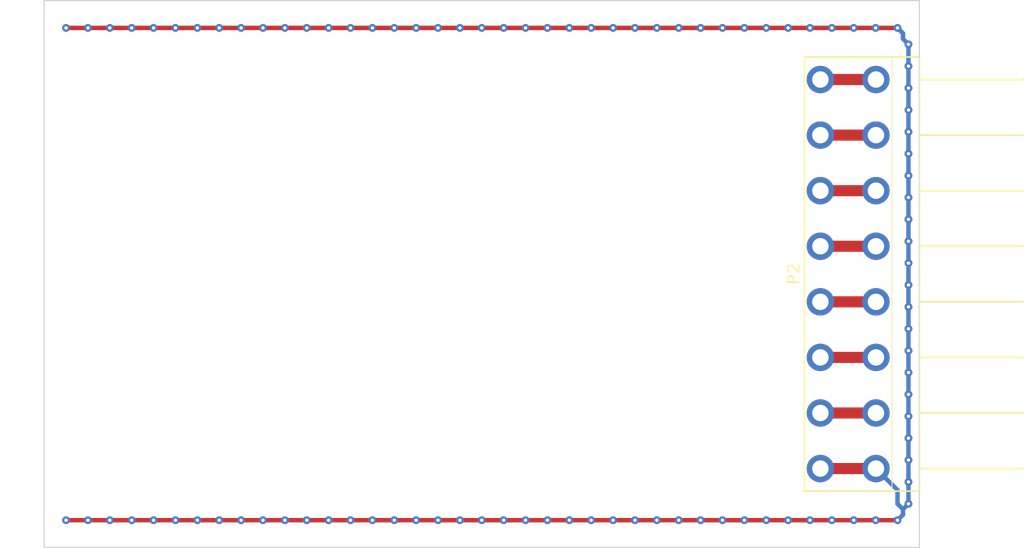
<source format=kicad_pcb>
(kicad_pcb (version 4) (host pcbnew 4.0.2+dfsg1-stable)

  (general
    (links 8)
    (no_connects 0)
    (area 108.449999 79.949999 188.550001 130.050001)
    (thickness 1.6)
    (drawings 11)
    (tracks 215)
    (zones 0)
    (modules 1)
    (nets 9)
  )

  (page A4)
  (layers
    (0 F.Cu signal)
    (31 B.Cu signal)
    (32 B.Adhes user)
    (33 F.Adhes user)
    (34 B.Paste user)
    (35 F.Paste user)
    (36 B.SilkS user)
    (37 F.SilkS user)
    (38 B.Mask user)
    (39 F.Mask user)
    (40 Dwgs.User user)
    (41 Cmts.User user)
    (42 Eco1.User user)
    (43 Eco2.User user)
    (44 Edge.Cuts user)
    (45 Margin user)
    (46 B.CrtYd user)
    (47 F.CrtYd user)
    (48 B.Fab user)
    (49 F.Fab user)
  )

  (setup
    (last_trace_width 0.25)
    (user_trace_width 0.2032)
    (user_trace_width 0.3048)
    (user_trace_width 0.4064)
    (user_trace_width 1.016)
    (trace_clearance 0.2)
    (zone_clearance 0.175)
    (zone_45_only no)
    (trace_min 0.2)
    (segment_width 0.2)
    (edge_width 0.15)
    (via_size 0.6)
    (via_drill 0.4)
    (via_min_size 0.4)
    (via_min_drill 0.3)
    (user_via 0.7112 0.3048)
    (uvia_size 0.3)
    (uvia_drill 0.1)
    (uvias_allowed no)
    (uvia_min_size 0.2)
    (uvia_min_drill 0.1)
    (pcb_text_width 0.3)
    (pcb_text_size 1.5 1.5)
    (mod_edge_width 0.15)
    (mod_text_size 1 1)
    (mod_text_width 0.15)
    (pad_size 1.524 1.524)
    (pad_drill 0.762)
    (pad_to_mask_clearance 0.2)
    (aux_axis_origin 0 0)
    (visible_elements FFFFFF7F)
    (pcbplotparams
      (layerselection 0x00030_80000001)
      (usegerberextensions false)
      (excludeedgelayer true)
      (linewidth 0.100000)
      (plotframeref false)
      (viasonmask false)
      (mode 1)
      (useauxorigin false)
      (hpglpennumber 1)
      (hpglpenspeed 20)
      (hpglpendiameter 15)
      (hpglpenoverlay 2)
      (psnegative false)
      (psa4output false)
      (plotreference true)
      (plotvalue true)
      (plotinvisibletext false)
      (padsonsilk false)
      (subtractmaskfromsilk false)
      (outputformat 1)
      (mirror false)
      (drillshape 1)
      (scaleselection 1)
      (outputdirectory ""))
  )

  (net 0 "")
  (net 1 GND)
  (net 2 +VIn)
  (net 3 GAUGE1_IN)
  (net 4 GAUGE1_OUT)
  (net 5 GAUGE1_REF)
  (net 6 GAUGE2_IN)
  (net 7 GAUGE2_OUT)
  (net 8 GAUGE2_REF)

  (net_class Default "This is the default net class."
    (clearance 0.2)
    (trace_width 0.25)
    (via_dia 0.6)
    (via_drill 0.4)
    (uvia_dia 0.3)
    (uvia_drill 0.1)
    (add_net +VIn)
    (add_net GAUGE1_IN)
    (add_net GAUGE1_OUT)
    (add_net GAUGE1_REF)
    (add_net GAUGE2_IN)
    (add_net GAUGE2_OUT)
    (add_net GAUGE2_REF)
    (add_net GND)
  )

  (module nmea-gauge-gateway:CONN_638263122008 locked (layer F.Cu) (tedit 5E889004) (tstamp 0)
    (at 179.45 122.78 90)
    (path /5E8895F0)
    (fp_text reference P2 (at 17.78 -2.45 90) (layer F.SilkS)
      (effects (font (size 1 1) (thickness 0.15)))
    )
    (fp_text value CONN_8 (at 17.78 2.54 90) (layer F.Fab)
      (effects (font (size 1 1) (thickness 0.15)))
    )
    (fp_line (start -2.06 6.54) (end 37.62 6.54) (layer F.SilkS) (width 0.0762))
    (fp_line (start 35.56 9.05) (end 35.56 18.54) (layer F.SilkS) (width 0.15))
    (fp_line (start 30.48 9.05) (end 30.48 18.54) (layer F.SilkS) (width 0.15))
    (fp_line (start 25.4 9.05) (end 25.4 18.54) (layer F.SilkS) (width 0.15))
    (fp_line (start 20.32 9.05) (end 20.32 18.54) (layer F.SilkS) (width 0.15))
    (fp_line (start 20.32 9.05) (end 20.32 18.54) (layer F.SilkS) (width 0.15))
    (fp_line (start 15.24 9.05) (end 15.24 18.54) (layer F.SilkS) (width 0.15))
    (fp_line (start 10.16 9.05) (end 10.16 18.54) (layer F.SilkS) (width 0.15))
    (fp_line (start 5.08 9.05) (end 5.08 18.54) (layer F.SilkS) (width 0.15))
    (fp_line (start 0 9.05) (end 0 18.54) (layer F.SilkS) (width 0.15))
    (fp_line (start -2.06 -1.46) (end 37.62 -1.46) (layer F.SilkS) (width 0.15))
    (fp_line (start 37.62 -1.46) (end 37.62 9.05) (layer F.SilkS) (width 0.15))
    (fp_line (start 37.62 9.05) (end -2.06 9.05) (layer F.SilkS) (width 0.15))
    (fp_line (start -2.06 9.05) (end -2.06 -1.46) (layer F.SilkS) (width 0.15))
    (pad 1 thru_hole circle (at 0 0 90) (size 2.5 2.5) (drill 1.5) (layers *.Cu *.Mask)
      (net 1 GND))
    (pad 1 thru_hole circle (at 0 5.08 90) (size 2.5 2.5) (drill 1.5) (layers *.Cu *.Mask)
      (net 1 GND))
    (pad 2 thru_hole circle (at 5.08 0 90) (size 2.5 2.5) (drill 1.5) (layers *.Cu *.Mask)
      (net 3 GAUGE1_IN))
    (pad 2 thru_hole circle (at 5.08 5.08 90) (size 2.5 2.5) (drill 1.5) (layers *.Cu *.Mask)
      (net 3 GAUGE1_IN))
    (pad 3 thru_hole circle (at 10.16 0 90) (size 2.5 2.5) (drill 1.5) (layers *.Cu *.Mask)
      (net 4 GAUGE1_OUT))
    (pad 3 thru_hole circle (at 10.16 5.08 90) (size 2.5 2.5) (drill 1.5) (layers *.Cu *.Mask)
      (net 4 GAUGE1_OUT))
    (pad 4 thru_hole circle (at 15.24 0 90) (size 2.5 2.5) (drill 1.5) (layers *.Cu *.Mask)
      (net 5 GAUGE1_REF))
    (pad 4 thru_hole circle (at 15.24 5.08 90) (size 2.5 2.5) (drill 1.5) (layers *.Cu *.Mask)
      (net 5 GAUGE1_REF))
    (pad 5 thru_hole circle (at 20.32 0 90) (size 2.5 2.5) (drill 1.5) (layers *.Cu *.Mask)
      (net 6 GAUGE2_IN))
    (pad 5 thru_hole circle (at 20.32 5.08 90) (size 2.5 2.5) (drill 1.5) (layers *.Cu *.Mask)
      (net 6 GAUGE2_IN))
    (pad 6 thru_hole circle (at 25.4 0 90) (size 2.5 2.5) (drill 1.5) (layers *.Cu *.Mask)
      (net 7 GAUGE2_OUT))
    (pad 6 thru_hole circle (at 25.4 5.08 90) (size 2.5 2.5) (drill 1.5) (layers *.Cu *.Mask)
      (net 7 GAUGE2_OUT))
    (pad 7 thru_hole circle (at 30.48 0 90) (size 2.5 2.5) (drill 1.5) (layers *.Cu *.Mask)
      (net 8 GAUGE2_REF))
    (pad 7 thru_hole circle (at 30.48 5.08 90) (size 2.5 2.5) (drill 1.5) (layers *.Cu *.Mask)
      (net 8 GAUGE2_REF))
    (pad 8 thru_hole circle (at 35.56 0 90) (size 2.5 2.5) (drill 1.5) (layers *.Cu *.Mask)
      (net 2 +VIn))
    (pad 8 thru_hole circle (at 35.56 5.08 90) (size 2.5 2.5) (drill 1.5) (layers *.Cu *.Mask)
      (net 2 +VIn))
  )

  (gr_line (start 108.5 130) (end 108.5 80) (angle 90) (layer Edge.Cuts) (width 0.1))
  (gr_line (start 188.5 130) (end 108.5 130) (angle 90) (layer Edge.Cuts) (width 0.1))
  (gr_line (start 188.5 80) (end 188.5 130) (angle 90) (layer Edge.Cuts) (width 0.1))
  (gr_line (start 108.5 80) (end 188.5 80) (angle 90) (layer Edge.Cuts) (width 0.1))
  (gr_line (start 148.5 83.5) (end 148.5 126.5) (angle 90) (layer Dwgs.User) (width 0.0762))
  (gr_line (start 191.25 130) (end 191.25 80) (angle 90) (layer Dwgs.User) (width 0.0508))
  (gr_line (start 104.5 80) (end 104.5 130) (angle 90) (layer Dwgs.User) (width 0.0762))
  (gr_line (start 188.5 105) (end 108.5 105) (angle 90) (layer Dwgs.User) (width 0.0762))
  (gr_line (start 191.7182 83.5) (end 191.7182 126.5) (angle 90) (layer Dwgs.User) (width 0.0508))
  (gr_line (start 108.5 126.5) (end 188.5 126.5) (angle 90) (layer Dwgs.User) (width 0.0762))
  (gr_line (start 108.5 83.5) (end 188.5 83.5) (angle 90) (layer Dwgs.User) (width 0.0762))

  (segment (start 186.5 124.75) (end 186.5 126) (width 0.4064) (layer B.Cu) (net 1))
  (segment (start 186.5 126) (end 187 126.5) (width 0.4064) (layer B.Cu) (net 1))
  (segment (start 187 127) (end 187 126.5) (width 0.4064) (layer B.Cu) (net 1))
  (segment (start 187 126.5) (end 187.5 126) (width 0.4064) (layer B.Cu) (net 1))
  (segment (start 186.5 127.5) (end 187 127) (width 0.4064) (layer B.Cu) (net 1))
  (via (at 187.5 126) (size 0.7112) (drill 0.3048) (layers F.Cu B.Cu) (net 1))
  (via (at 187.5 124) (size 0.7112) (drill 0.3048) (layers F.Cu B.Cu) (net 1))
  (via (at 187.5 122) (size 0.7112) (drill 0.3048) (layers F.Cu B.Cu) (net 1))
  (via (at 187.5 120) (size 0.7112) (drill 0.3048) (layers F.Cu B.Cu) (net 1))
  (via (at 187.5 118) (size 0.7112) (drill 0.3048) (layers F.Cu B.Cu) (net 1))
  (via (at 187.5 116) (size 0.7112) (drill 0.3048) (layers F.Cu B.Cu) (net 1))
  (via (at 187.5 114) (size 0.7112) (drill 0.3048) (layers F.Cu B.Cu) (net 1))
  (via (at 187.5 112) (size 0.7112) (drill 0.3048) (layers F.Cu B.Cu) (net 1))
  (via (at 187.5 110) (size 0.7112) (drill 0.3048) (layers F.Cu B.Cu) (net 1))
  (via (at 187.5 108) (size 0.7112) (drill 0.3048) (layers F.Cu B.Cu) (net 1))
  (via (at 187.5 106) (size 0.7112) (drill 0.3048) (layers F.Cu B.Cu) (net 1))
  (via (at 187.5 104) (size 0.7112) (drill 0.3048) (layers F.Cu B.Cu) (net 1))
  (via (at 187.5 102) (size 0.7112) (drill 0.3048) (layers F.Cu B.Cu) (net 1))
  (via (at 187.5 100) (size 0.7112) (drill 0.3048) (layers F.Cu B.Cu) (net 1))
  (via (at 187.5 98) (size 0.7112) (drill 0.3048) (layers F.Cu B.Cu) (net 1))
  (via (at 187.5 96) (size 0.7112) (drill 0.3048) (layers F.Cu B.Cu) (net 1))
  (via (at 187.5 94) (size 0.7112) (drill 0.3048) (layers F.Cu B.Cu) (net 1))
  (via (at 187.5 92) (size 0.7112) (drill 0.3048) (layers F.Cu B.Cu) (net 1))
  (via (at 187.5 90) (size 0.7112) (drill 0.3048) (layers F.Cu B.Cu) (net 1))
  (via (at 187.5 88) (size 0.7112) (drill 0.3048) (layers F.Cu B.Cu) (net 1))
  (via (at 187.5 86) (size 0.7112) (drill 0.3048) (layers F.Cu B.Cu) (net 1))
  (segment (start 187 83) (end 187 83.5) (width 0.4064) (layer B.Cu) (net 1))
  (segment (start 187 83.5) (end 187.5 84) (width 0.4064) (layer B.Cu) (net 1))
  (segment (start 186.5 82.5) (end 187 83) (width 0.4064) (layer B.Cu) (net 1))
  (via (at 187.5 84) (size 0.7112) (drill 0.3048) (layers F.Cu B.Cu) (net 1))
  (via (at 184.5 127.5) (size 0.7112) (drill 0.3048) (layers F.Cu B.Cu) (net 1))
  (via (at 182.5 127.5) (size 0.7112) (drill 0.3048) (layers F.Cu B.Cu) (net 1))
  (via (at 180.5 127.5) (size 0.7112) (drill 0.3048) (layers F.Cu B.Cu) (net 1))
  (via (at 178.5 127.5) (size 0.7112) (drill 0.3048) (layers F.Cu B.Cu) (net 1))
  (via (at 176.5 127.5) (size 0.7112) (drill 0.3048) (layers F.Cu B.Cu) (net 1))
  (via (at 174.5 127.5) (size 0.7112) (drill 0.3048) (layers F.Cu B.Cu) (net 1))
  (via (at 172.5 127.5) (size 0.7112) (drill 0.3048) (layers F.Cu B.Cu) (net 1))
  (via (at 170.5 127.5) (size 0.7112) (drill 0.3048) (layers F.Cu B.Cu) (net 1))
  (via (at 168.5 127.5) (size 0.7112) (drill 0.3048) (layers F.Cu B.Cu) (net 1))
  (via (at 166.5 127.5) (size 0.7112) (drill 0.3048) (layers F.Cu B.Cu) (net 1))
  (via (at 164.5 127.5) (size 0.7112) (drill 0.3048) (layers F.Cu B.Cu) (net 1))
  (via (at 162.5 127.5) (size 0.7112) (drill 0.3048) (layers F.Cu B.Cu) (net 1))
  (via (at 160.5 127.5) (size 0.7112) (drill 0.3048) (layers F.Cu B.Cu) (net 1))
  (via (at 158.5 127.5) (size 0.7112) (drill 0.3048) (layers F.Cu B.Cu) (net 1))
  (via (at 156.5 127.5) (size 0.7112) (drill 0.3048) (layers F.Cu B.Cu) (net 1))
  (via (at 154.5 127.5) (size 0.7112) (drill 0.3048) (layers F.Cu B.Cu) (net 1))
  (via (at 152.5 127.5) (size 0.7112) (drill 0.3048) (layers F.Cu B.Cu) (net 1))
  (via (at 150.5 127.5) (size 0.7112) (drill 0.3048) (layers F.Cu B.Cu) (net 1))
  (segment (start 179.45 122.78) (end 184.53 122.78) (width 1.016) (layer F.Cu) (net 1))
  (segment (start 187.5 84) (end 187.5 86) (width 0.4064) (layer B.Cu) (net 1))
  (segment (start 187.5 86) (end 187.5 88) (width 0.4064) (layer B.Cu) (net 1))
  (segment (start 187.5 88) (end 187.5 90) (width 0.4064) (layer B.Cu) (net 1))
  (segment (start 187.5 90) (end 187.5 92) (width 0.4064) (layer B.Cu) (net 1))
  (segment (start 187.5 92) (end 187.5 94) (width 0.4064) (layer B.Cu) (net 1))
  (segment (start 187.5 94) (end 187.5 96) (width 0.4064) (layer B.Cu) (net 1))
  (segment (start 187.5 96) (end 187.5 98) (width 0.4064) (layer B.Cu) (net 1))
  (segment (start 187.5 98) (end 187.5 100) (width 0.4064) (layer B.Cu) (net 1))
  (segment (start 187.5 100) (end 187.5 102) (width 0.4064) (layer B.Cu) (net 1))
  (segment (start 187.5 102) (end 187.5 104) (width 0.4064) (layer B.Cu) (net 1))
  (segment (start 187.5 104) (end 187.5 105) (width 0.4064) (layer B.Cu) (net 1))
  (segment (start 187.5 105) (end 187.5 106) (width 0.4064) (layer B.Cu) (net 1))
  (segment (start 187.5 106) (end 187.5 108) (width 0.4064) (layer B.Cu) (net 1))
  (segment (start 187.5 108) (end 187.5 110) (width 0.4064) (layer B.Cu) (net 1))
  (segment (start 187.5 110) (end 187.5 112) (width 0.4064) (layer B.Cu) (net 1))
  (segment (start 187.5 112) (end 187.5 114) (width 0.4064) (layer B.Cu) (net 1))
  (segment (start 187.5 114) (end 187.5 116) (width 0.4064) (layer B.Cu) (net 1))
  (segment (start 187.5 116) (end 187.5 118) (width 0.4064) (layer B.Cu) (net 1))
  (segment (start 187.5 118) (end 187.5 120) (width 0.4064) (layer B.Cu) (net 1))
  (segment (start 187.5 120) (end 187.5 122) (width 0.4064) (layer B.Cu) (net 1))
  (segment (start 187.5 122) (end 187.5 124) (width 0.4064) (layer B.Cu) (net 1))
  (segment (start 187.5 124) (end 187.5 126) (width 0.4064) (layer B.Cu) (net 1))
  (via (at 148.5 127.5) (size 0.7112) (drill 0.3048) (layers F.Cu B.Cu) (net 1))
  (via (at 146.5 127.5) (size 0.7112) (drill 0.3048) (layers F.Cu B.Cu) (net 1))
  (via (at 144.5 127.5) (size 0.7112) (drill 0.3048) (layers F.Cu B.Cu) (net 1))
  (via (at 142.5 127.5) (size 0.7112) (drill 0.3048) (layers F.Cu B.Cu) (net 1))
  (via (at 140.5 127.5) (size 0.7112) (drill 0.3048) (layers F.Cu B.Cu) (net 1))
  (via (at 138.5 127.5) (size 0.7112) (drill 0.3048) (layers F.Cu B.Cu) (net 1))
  (via (at 136.5 127.5) (size 0.7112) (drill 0.3048) (layers F.Cu B.Cu) (net 1))
  (via (at 134.5 127.5) (size 0.7112) (drill 0.3048) (layers F.Cu B.Cu) (net 1))
  (via (at 132.5 127.5) (size 0.7112) (drill 0.3048) (layers F.Cu B.Cu) (net 1))
  (via (at 130.5 127.5) (size 0.7112) (drill 0.3048) (layers F.Cu B.Cu) (net 1))
  (via (at 128.5 127.5) (size 0.7112) (drill 0.3048) (layers F.Cu B.Cu) (net 1))
  (via (at 126.5 127.5) (size 0.7112) (drill 0.3048) (layers F.Cu B.Cu) (net 1))
  (via (at 124.5 127.5) (size 0.7112) (drill 0.3048) (layers F.Cu B.Cu) (net 1))
  (via (at 122.5 127.5) (size 0.7112) (drill 0.3048) (layers F.Cu B.Cu) (net 1))
  (via (at 120.5 127.5) (size 0.7112) (drill 0.3048) (layers F.Cu B.Cu) (net 1))
  (via (at 118.5 127.5) (size 0.7112) (drill 0.3048) (layers F.Cu B.Cu) (net 1))
  (via (at 116.5 127.5) (size 0.7112) (drill 0.3048) (layers F.Cu B.Cu) (net 1))
  (via (at 114.5 127.5) (size 0.7112) (drill 0.3048) (layers F.Cu B.Cu) (net 1))
  (via (at 112.5 127.5) (size 0.7112) (drill 0.3048) (layers F.Cu B.Cu) (net 1))
  (segment (start 186.5 124.75) (end 184.53 122.78) (width 0.4064) (layer B.Cu) (net 1))
  (segment (start 110.5 127.5) (end 112.5 127.5) (width 0.4064) (layer F.Cu) (net 1))
  (segment (start 112.5 127.5) (end 114.5 127.5) (width 0.4064) (layer F.Cu) (net 1))
  (segment (start 114.5 127.5) (end 116.5 127.5) (width 0.4064) (layer F.Cu) (net 1))
  (segment (start 116.5 127.5) (end 118.5 127.5) (width 0.4064) (layer F.Cu) (net 1))
  (segment (start 118.5 127.5) (end 120.5 127.5) (width 0.4064) (layer F.Cu) (net 1))
  (segment (start 120.5 127.5) (end 122.5 127.5) (width 0.4064) (layer F.Cu) (net 1))
  (segment (start 122.5 127.5) (end 124.5 127.5) (width 0.4064) (layer F.Cu) (net 1))
  (segment (start 124.5 127.5) (end 126.5 127.5) (width 0.4064) (layer F.Cu) (net 1))
  (segment (start 126.5 127.5) (end 128.5 127.5) (width 0.4064) (layer F.Cu) (net 1))
  (segment (start 128.5 127.5) (end 130.5 127.5) (width 0.4064) (layer F.Cu) (net 1))
  (segment (start 130.5 127.5) (end 132.5 127.5) (width 0.4064) (layer F.Cu) (net 1))
  (segment (start 132.5 127.5) (end 134.5 127.5) (width 0.4064) (layer F.Cu) (net 1))
  (segment (start 134.5 127.5) (end 136.5 127.5) (width 0.4064) (layer F.Cu) (net 1))
  (segment (start 136.5 127.5) (end 138.5 127.5) (width 0.4064) (layer F.Cu) (net 1))
  (segment (start 138.5 127.5) (end 140.5 127.5) (width 0.4064) (layer F.Cu) (net 1))
  (segment (start 140.5 127.5) (end 142.5 127.5) (width 0.4064) (layer F.Cu) (net 1))
  (segment (start 142.5 127.5) (end 144.5 127.5) (width 0.4064) (layer F.Cu) (net 1))
  (segment (start 144.5 127.5) (end 146.5 127.5) (width 0.4064) (layer F.Cu) (net 1))
  (segment (start 146.5 127.5) (end 148.5 127.5) (width 0.4064) (layer F.Cu) (net 1))
  (segment (start 148.5 127.5) (end 150.5 127.5) (width 0.4064) (layer F.Cu) (net 1))
  (segment (start 150.5 127.5) (end 152.5 127.5) (width 0.4064) (layer F.Cu) (net 1))
  (segment (start 152.5 127.5) (end 154.5 127.5) (width 0.4064) (layer F.Cu) (net 1))
  (segment (start 154.5 127.5) (end 156.5 127.5) (width 0.4064) (layer F.Cu) (net 1))
  (segment (start 156.5 127.5) (end 158.5 127.5) (width 0.4064) (layer F.Cu) (net 1))
  (segment (start 158.5 127.5) (end 160.5 127.5) (width 0.4064) (layer F.Cu) (net 1))
  (segment (start 160.5 127.5) (end 162.5 127.5) (width 0.4064) (layer F.Cu) (net 1))
  (segment (start 162.5 127.5) (end 164.5 127.5) (width 0.4064) (layer F.Cu) (net 1))
  (segment (start 164.5 127.5) (end 166.5 127.5) (width 0.4064) (layer F.Cu) (net 1))
  (segment (start 166.5 127.5) (end 168.5 127.5) (width 0.4064) (layer F.Cu) (net 1))
  (segment (start 168.5 127.5) (end 170.5 127.5) (width 0.4064) (layer F.Cu) (net 1))
  (segment (start 170.5 127.5) (end 172.5 127.5) (width 0.4064) (layer F.Cu) (net 1))
  (segment (start 172.5 127.5) (end 174.5 127.5) (width 0.4064) (layer F.Cu) (net 1))
  (segment (start 174.5 127.5) (end 176.5 127.5) (width 0.4064) (layer F.Cu) (net 1))
  (segment (start 176.5 127.5) (end 178.5 127.5) (width 0.4064) (layer F.Cu) (net 1))
  (segment (start 178.5 127.5) (end 180.5 127.5) (width 0.4064) (layer F.Cu) (net 1))
  (segment (start 180.5 127.5) (end 182.5 127.5) (width 0.4064) (layer F.Cu) (net 1))
  (segment (start 182.5 127.5) (end 184.5 127.5) (width 0.4064) (layer F.Cu) (net 1))
  (segment (start 184.5 127.5) (end 186.5 127.5) (width 0.4064) (layer F.Cu) (net 1))
  (via (at 186.5 127.5) (size 0.7112) (drill 0.3048) (layers F.Cu B.Cu) (net 1))
  (via (at 110.5 127.5) (size 0.7112) (drill 0.3048) (layers F.Cu B.Cu) (net 1))
  (via (at 146.5 82.5) (size 0.7112) (drill 0.3048) (layers F.Cu B.Cu) (net 1))
  (segment (start 122.5 82.5) (end 120.5 82.5) (width 0.4064) (layer F.Cu) (net 1))
  (via (at 120.5 82.5) (size 0.7112) (drill 0.3048) (layers F.Cu B.Cu) (net 1))
  (segment (start 118.5 82.5) (end 116.5 82.5) (width 0.4064) (layer F.Cu) (net 1))
  (via (at 116.5 82.5) (size 0.7112) (drill 0.3048) (layers F.Cu B.Cu) (net 1))
  (segment (start 114.5 82.5) (end 112.5 82.5) (width 0.4064) (layer F.Cu) (net 1))
  (via (at 112.5 82.5) (size 0.7112) (drill 0.3048) (layers F.Cu B.Cu) (net 1))
  (segment (start 112.5 82.5) (end 110.5 82.5) (width 0.4064) (layer F.Cu) (net 1))
  (via (at 114.5 82.5) (size 0.7112) (drill 0.3048) (layers F.Cu B.Cu) (net 1))
  (segment (start 116.5 82.5) (end 114.5 82.5) (width 0.4064) (layer F.Cu) (net 1))
  (via (at 118.5 82.5) (size 0.7112) (drill 0.3048) (layers F.Cu B.Cu) (net 1))
  (segment (start 120.5 82.5) (end 118.5 82.5) (width 0.4064) (layer F.Cu) (net 1))
  (via (at 122.5 82.5) (size 0.7112) (drill 0.3048) (layers F.Cu B.Cu) (net 1))
  (segment (start 124.5 82.5) (end 122.5 82.5) (width 0.4064) (layer F.Cu) (net 1))
  (segment (start 126.5 82.5) (end 124.5 82.5) (width 0.4064) (layer F.Cu) (net 1))
  (segment (start 128.5 82.5) (end 126.5 82.5) (width 0.4064) (layer F.Cu) (net 1))
  (segment (start 130.5 82.5) (end 128.5 82.5) (width 0.4064) (layer F.Cu) (net 1))
  (segment (start 132.5 82.5) (end 130.5 82.5) (width 0.4064) (layer F.Cu) (net 1))
  (segment (start 134.5 82.5) (end 132.5 82.5) (width 0.4064) (layer F.Cu) (net 1))
  (segment (start 136.5 82.5) (end 134.5 82.5) (width 0.4064) (layer F.Cu) (net 1))
  (segment (start 138.5 82.5) (end 136.5 82.5) (width 0.4064) (layer F.Cu) (net 1))
  (segment (start 140.5 82.5) (end 138.5 82.5) (width 0.4064) (layer F.Cu) (net 1))
  (segment (start 142.5 82.5) (end 140.5 82.5) (width 0.4064) (layer F.Cu) (net 1))
  (segment (start 144.5 82.5) (end 142.5 82.5) (width 0.4064) (layer F.Cu) (net 1))
  (segment (start 146.5 82.5) (end 144.5 82.5) (width 0.4064) (layer F.Cu) (net 1))
  (segment (start 148.5 82.5) (end 146.5 82.5) (width 0.4064) (layer F.Cu) (net 1))
  (via (at 124.5 82.5) (size 0.7112) (drill 0.3048) (layers F.Cu B.Cu) (net 1))
  (via (at 126.5 82.5) (size 0.7112) (drill 0.3048) (layers F.Cu B.Cu) (net 1))
  (via (at 128.5 82.5) (size 0.7112) (drill 0.3048) (layers F.Cu B.Cu) (net 1))
  (via (at 130.5 82.5) (size 0.7112) (drill 0.3048) (layers F.Cu B.Cu) (net 1))
  (via (at 132.5 82.5) (size 0.7112) (drill 0.3048) (layers F.Cu B.Cu) (net 1))
  (via (at 110.5 82.5) (size 0.7112) (drill 0.3048) (layers F.Cu B.Cu) (net 1))
  (via (at 134.5 82.5) (size 0.7112) (drill 0.3048) (layers F.Cu B.Cu) (net 1))
  (via (at 136.5 82.5) (size 0.7112) (drill 0.3048) (layers F.Cu B.Cu) (net 1))
  (via (at 138.5 82.5) (size 0.7112) (drill 0.3048) (layers F.Cu B.Cu) (net 1))
  (via (at 140.5 82.5) (size 0.7112) (drill 0.3048) (layers F.Cu B.Cu) (net 1))
  (via (at 142.5 82.5) (size 0.7112) (drill 0.3048) (layers F.Cu B.Cu) (net 1))
  (via (at 144.5 82.5) (size 0.7112) (drill 0.3048) (layers F.Cu B.Cu) (net 1))
  (via (at 148.5 82.5) (size 0.7112) (drill 0.3048) (layers F.Cu B.Cu) (net 1))
  (via (at 186.5 82.5) (size 0.7112) (drill 0.3048) (layers F.Cu B.Cu) (net 1))
  (via (at 184.5 82.5) (size 0.7112) (drill 0.3048) (layers F.Cu B.Cu) (net 1))
  (via (at 182.5 82.5) (size 0.7112) (drill 0.3048) (layers F.Cu B.Cu) (net 1))
  (via (at 180.5 82.5) (size 0.7112) (drill 0.3048) (layers F.Cu B.Cu) (net 1))
  (via (at 178.5 82.5) (size 0.7112) (drill 0.3048) (layers F.Cu B.Cu) (net 1))
  (via (at 176.5 82.5) (size 0.7112) (drill 0.3048) (layers F.Cu B.Cu) (net 1))
  (via (at 174.5 82.5) (size 0.7112) (drill 0.3048) (layers F.Cu B.Cu) (net 1))
  (via (at 172.5 82.5) (size 0.7112) (drill 0.3048) (layers F.Cu B.Cu) (net 1))
  (via (at 170.5 82.5) (size 0.7112) (drill 0.3048) (layers F.Cu B.Cu) (net 1))
  (via (at 168.5 82.5) (size 0.7112) (drill 0.3048) (layers F.Cu B.Cu) (net 1))
  (via (at 166.5 82.5) (size 0.7112) (drill 0.3048) (layers F.Cu B.Cu) (net 1))
  (via (at 164.5 82.5) (size 0.7112) (drill 0.3048) (layers F.Cu B.Cu) (net 1))
  (via (at 162.5 82.5) (size 0.7112) (drill 0.3048) (layers F.Cu B.Cu) (net 1))
  (via (at 160.5 82.5) (size 0.7112) (drill 0.3048) (layers F.Cu B.Cu) (net 1))
  (via (at 158.5 82.5) (size 0.7112) (drill 0.3048) (layers F.Cu B.Cu) (net 1))
  (via (at 156.5 82.5) (size 0.7112) (drill 0.3048) (layers F.Cu B.Cu) (net 1))
  (via (at 154.5 82.5) (size 0.7112) (drill 0.3048) (layers F.Cu B.Cu) (net 1))
  (via (at 152.5 82.5) (size 0.7112) (drill 0.3048) (layers F.Cu B.Cu) (net 1))
  (via (at 150.5 82.5) (size 0.7112) (drill 0.3048) (layers F.Cu B.Cu) (net 1))
  (segment (start 186.5 82.5) (end 184.5 82.5) (width 0.4064) (layer F.Cu) (net 1))
  (segment (start 184.5 82.5) (end 182.5 82.5) (width 0.4064) (layer F.Cu) (net 1))
  (segment (start 182.5 82.5) (end 180.5 82.5) (width 0.4064) (layer F.Cu) (net 1))
  (segment (start 180.5 82.5) (end 178.5 82.5) (width 0.4064) (layer F.Cu) (net 1))
  (segment (start 178.5 82.5) (end 176.5 82.5) (width 0.4064) (layer F.Cu) (net 1))
  (segment (start 176.5 82.5) (end 174.5 82.5) (width 0.4064) (layer F.Cu) (net 1))
  (segment (start 174.5 82.5) (end 172.5 82.5) (width 0.4064) (layer F.Cu) (net 1))
  (segment (start 172.5 82.5) (end 170.5 82.5) (width 0.4064) (layer F.Cu) (net 1))
  (segment (start 170.5 82.5) (end 168.5 82.5) (width 0.4064) (layer F.Cu) (net 1))
  (segment (start 168.5 82.5) (end 166.5 82.5) (width 0.4064) (layer F.Cu) (net 1))
  (segment (start 166.5 82.5) (end 164.5 82.5) (width 0.4064) (layer F.Cu) (net 1))
  (segment (start 164.5 82.5) (end 162.5 82.5) (width 0.4064) (layer F.Cu) (net 1))
  (segment (start 162.5 82.5) (end 160.5 82.5) (width 0.4064) (layer F.Cu) (net 1))
  (segment (start 160.5 82.5) (end 158.5 82.5) (width 0.4064) (layer F.Cu) (net 1))
  (segment (start 158.5 82.5) (end 156.5 82.5) (width 0.4064) (layer F.Cu) (net 1))
  (segment (start 156.5 82.5) (end 154.5 82.5) (width 0.4064) (layer F.Cu) (net 1))
  (segment (start 154.5 82.5) (end 152.5 82.5) (width 0.4064) (layer F.Cu) (net 1))
  (segment (start 152.5 82.5) (end 150.5 82.5) (width 0.4064) (layer F.Cu) (net 1))
  (segment (start 150.5 82.5) (end 148.5 82.5) (width 0.4064) (layer F.Cu) (net 1))
  (segment (start 179.45 87.22) (end 184.53 87.22) (width 1.016) (layer F.Cu) (net 2))
  (segment (start 179.45 117.7) (end 184.53 117.7) (width 1.016) (layer F.Cu) (net 3))
  (segment (start 179.45 112.62) (end 184.53 112.62) (width 1.016) (layer F.Cu) (net 4))
  (segment (start 179.45 107.54) (end 184.53 107.54) (width 1.016) (layer F.Cu) (net 5))
  (segment (start 179.45 102.46) (end 184.53 102.46) (width 1.016) (layer F.Cu) (net 6))
  (segment (start 179.45 97.38) (end 184.53 97.38) (width 1.016) (layer F.Cu) (net 7))
  (segment (start 179.45 92.3) (end 184.53 92.3) (width 1.016) (layer F.Cu) (net 8))

  (zone (net 1) (net_name GND) (layer B.Cu) (tstamp 0) (hatch edge 0.508)
    (connect_pads (clearance 0.175))
    (min_thickness 0.254)
    (fill (arc_segments 16) (thermal_gap 0.508) (thermal_bridge_width 0.508))
    (polygon
      (pts
        (xy 108.5 81.5) (xy 188.5 81.5) (xy 188.5 128.5) (xy 108.5 128.5)
      )
    )
  )
  (zone (net 1) (net_name GND) (layer F.Cu) (tstamp 0) (hatch edge 0.508)
    (connect_pads (clearance 0.175))
    (min_thickness 0.254)
    (fill (arc_segments 16) (thermal_gap 0.508) (thermal_bridge_width 0.508))
    (polygon
      (pts
        (xy 188.5 128.5) (xy 108.5 128.5) (xy 108.5 126.5) (xy 186.5 126.5) (xy 186.5 83.5)
        (xy 108.5 83.5) (xy 108.5 81.5) (xy 188.5 81.5) (xy 188.5 128.5)
      )
    )
  )
)

</source>
